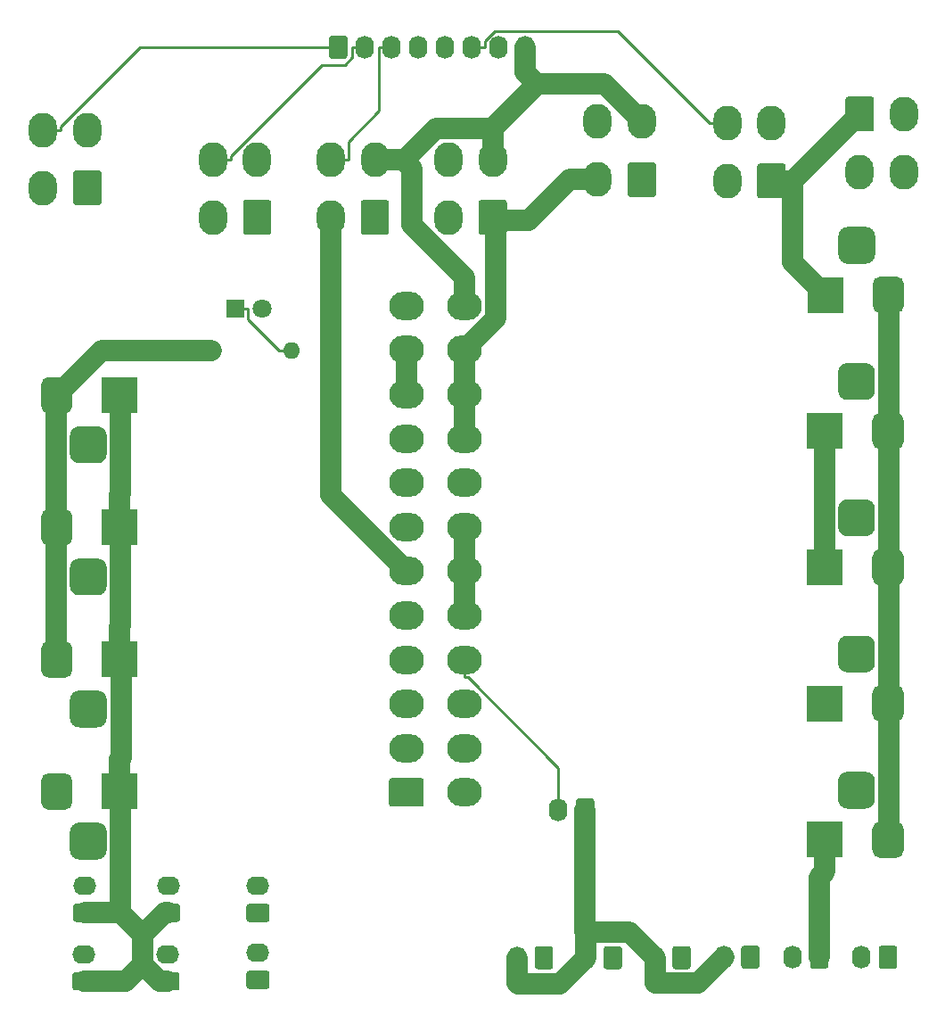
<source format=gbr>
%TF.GenerationSoftware,KiCad,Pcbnew,(5.1.9-0-10_14)*%
%TF.CreationDate,2022-06-30T07:21:25+10:00*%
%TF.ProjectId,Power Distro PCB V2,506f7765-7220-4446-9973-74726f205043,rev?*%
%TF.SameCoordinates,Original*%
%TF.FileFunction,Copper,L2,Bot*%
%TF.FilePolarity,Positive*%
%FSLAX46Y46*%
G04 Gerber Fmt 4.6, Leading zero omitted, Abs format (unit mm)*
G04 Created by KiCad (PCBNEW (5.1.9-0-10_14)) date 2022-06-30 07:21:25*
%MOMM*%
%LPD*%
G01*
G04 APERTURE LIST*
%TA.AperFunction,ComponentPad*%
%ADD10O,1.740000X2.190000*%
%TD*%
%TA.AperFunction,ComponentPad*%
%ADD11O,2.190000X1.740000*%
%TD*%
%TA.AperFunction,ComponentPad*%
%ADD12O,2.700000X3.300000*%
%TD*%
%TA.AperFunction,ComponentPad*%
%ADD13O,1.740000X2.200000*%
%TD*%
%TA.AperFunction,ComponentPad*%
%ADD14O,1.600000X1.600000*%
%TD*%
%TA.AperFunction,ComponentPad*%
%ADD15C,1.600000*%
%TD*%
%TA.AperFunction,ComponentPad*%
%ADD16C,1.800000*%
%TD*%
%TA.AperFunction,ComponentPad*%
%ADD17R,1.800000X1.800000*%
%TD*%
%TA.AperFunction,ComponentPad*%
%ADD18R,3.500000X3.500000*%
%TD*%
%TA.AperFunction,ComponentPad*%
%ADD19O,3.300000X2.700000*%
%TD*%
%TA.AperFunction,Conductor*%
%ADD20C,2.000000*%
%TD*%
%TA.AperFunction,Conductor*%
%ADD21C,0.250000*%
%TD*%
G04 APERTURE END LIST*
D10*
%TO.P,J9,2*%
%TO.N,/LEDGND*%
X51760000Y-90017600D03*
%TO.P,J9,1*%
%TO.N,/LED5V1*%
%TA.AperFunction,ComponentPad*%
G36*
G01*
X55170000Y-89172599D02*
X55170000Y-90862601D01*
G75*
G02*
X54920001Y-91112600I-249999J0D01*
G01*
X53679999Y-91112600D01*
G75*
G02*
X53430000Y-90862601I0J249999D01*
G01*
X53430000Y-89172599D01*
G75*
G02*
X53679999Y-88922600I249999J0D01*
G01*
X54920001Y-88922600D01*
G75*
G02*
X55170000Y-89172599I0J-249999D01*
G01*
G37*
%TD.AperFunction*%
%TD*%
%TO.P,J8,2*%
%TO.N,/LEDGND*%
X58293900Y-90017600D03*
%TO.P,J8,1*%
%TO.N,/LED5V1*%
%TA.AperFunction,ComponentPad*%
G36*
G01*
X61703900Y-89172599D02*
X61703900Y-90862601D01*
G75*
G02*
X61453901Y-91112600I-249999J0D01*
G01*
X60213899Y-91112600D01*
G75*
G02*
X59963900Y-90862601I0J249999D01*
G01*
X59963900Y-89172599D01*
G75*
G02*
X60213899Y-88922600I249999J0D01*
G01*
X61453901Y-88922600D01*
G75*
G02*
X61703900Y-89172599I0J-249999D01*
G01*
G37*
%TD.AperFunction*%
%TD*%
D11*
%TO.P,J11,2*%
%TO.N,/LEDGND*%
X27140000Y-89570000D03*
%TO.P,J11,1*%
%TO.N,/12VSOCKETS+*%
%TA.AperFunction,ComponentPad*%
G36*
G01*
X27985001Y-92980000D02*
X26294999Y-92980000D01*
G75*
G02*
X26045000Y-92730001I0J249999D01*
G01*
X26045000Y-91489999D01*
G75*
G02*
X26294999Y-91240000I249999J0D01*
G01*
X27985001Y-91240000D01*
G75*
G02*
X28235000Y-91489999I0J-249999D01*
G01*
X28235000Y-92730001D01*
G75*
G02*
X27985001Y-92980000I-249999J0D01*
G01*
G37*
%TD.AperFunction*%
%TD*%
%TO.P,J10,2*%
%TO.N,/LEDGND*%
X27140000Y-83220000D03*
%TO.P,J10,1*%
%TO.N,/12VSOCKETS+*%
%TA.AperFunction,ComponentPad*%
G36*
G01*
X27985001Y-86630000D02*
X26294999Y-86630000D01*
G75*
G02*
X26045000Y-86380001I0J249999D01*
G01*
X26045000Y-85139999D01*
G75*
G02*
X26294999Y-84890000I249999J0D01*
G01*
X27985001Y-84890000D01*
G75*
G02*
X28235000Y-85139999I0J-249999D01*
G01*
X28235000Y-86380001D01*
G75*
G02*
X27985001Y-86630000I-249999J0D01*
G01*
G37*
%TD.AperFunction*%
%TD*%
D12*
%TO.P,J35,4*%
%TO.N,/LEDDATA7*%
X88490000Y-15441000D03*
%TO.P,J35,3*%
%TO.N,/LEDGND*%
X84290000Y-15441000D03*
%TO.P,J35,2*%
%TO.N,/LED5V1*%
X88490000Y-9941000D03*
%TO.P,J35,1*%
%TA.AperFunction,ComponentPad*%
G36*
G01*
X82940000Y-11340999D02*
X82940000Y-8541001D01*
G75*
G02*
X83190001Y-8291000I250001J0D01*
G01*
X85389999Y-8291000D01*
G75*
G02*
X85640000Y-8541001I0J-250001D01*
G01*
X85640000Y-11340999D01*
G75*
G02*
X85389999Y-11591000I-250001J0D01*
G01*
X83190001Y-11591000D01*
G75*
G02*
X82940000Y-11340999I0J250001D01*
G01*
G37*
%TD.AperFunction*%
%TD*%
D13*
%TO.P,J7,8*%
%TO.N,/LEDGND*%
X52540000Y-3591000D03*
%TO.P,J7,7*%
%TO.N,/LEDDATA7*%
X50000000Y-3591000D03*
%TO.P,J7,6*%
%TO.N,/LEDDATA6*%
X47460000Y-3591000D03*
%TO.P,J7,5*%
%TO.N,/LEDDATA5*%
X44920000Y-3591000D03*
%TO.P,J7,4*%
%TO.N,/LEDDATA4*%
X42380000Y-3591000D03*
%TO.P,J7,3*%
%TO.N,/LEDDATA3*%
X39840000Y-3591000D03*
%TO.P,J7,2*%
%TO.N,/LEDDATA2*%
X37300000Y-3591000D03*
%TO.P,J7,1*%
%TO.N,/LEDDATA1*%
%TA.AperFunction,ComponentPad*%
G36*
G01*
X33890000Y-4441001D02*
X33890000Y-2740999D01*
G75*
G02*
X34139999Y-2491000I249999J0D01*
G01*
X35380001Y-2491000D01*
G75*
G02*
X35630000Y-2740999I0J-249999D01*
G01*
X35630000Y-4441001D01*
G75*
G02*
X35380001Y-4691000I-249999J0D01*
G01*
X34139999Y-4691000D01*
G75*
G02*
X33890000Y-4441001I0J249999D01*
G01*
G37*
%TD.AperFunction*%
%TD*%
D12*
%TO.P,J2,4*%
%TO.N,/LEDDATA2*%
X22860000Y-14234000D03*
%TO.P,J2,3*%
%TO.N,/LEDGND*%
X27060000Y-14234000D03*
%TO.P,J2,2*%
%TO.N,/LED5V1*%
X22860000Y-19734000D03*
%TO.P,J2,1*%
%TA.AperFunction,ComponentPad*%
G36*
G01*
X28410000Y-18334001D02*
X28410000Y-21133999D01*
G75*
G02*
X28159999Y-21384000I-250001J0D01*
G01*
X25960001Y-21384000D01*
G75*
G02*
X25710000Y-21133999I0J250001D01*
G01*
X25710000Y-18334001D01*
G75*
G02*
X25960001Y-18084000I250001J0D01*
G01*
X28159999Y-18084000D01*
G75*
G02*
X28410000Y-18334001I0J-250001D01*
G01*
G37*
%TD.AperFunction*%
%TD*%
%TO.P,J1,1*%
%TO.N,/LED5V1*%
%TA.AperFunction,ComponentPad*%
G36*
G01*
X12277000Y-15540001D02*
X12277000Y-18339999D01*
G75*
G02*
X12026999Y-18590000I-250001J0D01*
G01*
X9827001Y-18590000D01*
G75*
G02*
X9577000Y-18339999I0J250001D01*
G01*
X9577000Y-15540001D01*
G75*
G02*
X9827001Y-15290000I250001J0D01*
G01*
X12026999Y-15290000D01*
G75*
G02*
X12277000Y-15540001I0J-250001D01*
G01*
G37*
%TD.AperFunction*%
%TO.P,J1,2*%
X6727000Y-16940000D03*
%TO.P,J1,3*%
%TO.N,/LEDGND*%
X10927000Y-11440000D03*
%TO.P,J1,4*%
%TO.N,/LEDDATA1*%
X6727000Y-11440000D03*
%TD*%
%TO.P,J6,1*%
%TO.N,/LED5V1*%
%TA.AperFunction,ComponentPad*%
G36*
G01*
X77258000Y-14891001D02*
X77258000Y-17690999D01*
G75*
G02*
X77007999Y-17941000I-250001J0D01*
G01*
X74808001Y-17941000D01*
G75*
G02*
X74558000Y-17690999I0J250001D01*
G01*
X74558000Y-14891001D01*
G75*
G02*
X74808001Y-14641000I250001J0D01*
G01*
X77007999Y-14641000D01*
G75*
G02*
X77258000Y-14891001I0J-250001D01*
G01*
G37*
%TD.AperFunction*%
%TO.P,J6,2*%
X71708000Y-16291000D03*
%TO.P,J6,3*%
%TO.N,/LEDGND*%
X75908000Y-10791000D03*
%TO.P,J6,4*%
%TO.N,/LEDDATA6*%
X71708000Y-10791000D03*
%TD*%
%TO.P,J5,1*%
%TO.N,/LED5V1*%
%TA.AperFunction,ComponentPad*%
G36*
G01*
X64939000Y-14764001D02*
X64939000Y-17563999D01*
G75*
G02*
X64688999Y-17814000I-250001J0D01*
G01*
X62489001Y-17814000D01*
G75*
G02*
X62239000Y-17563999I0J250001D01*
G01*
X62239000Y-14764001D01*
G75*
G02*
X62489001Y-14514000I250001J0D01*
G01*
X64688999Y-14514000D01*
G75*
G02*
X64939000Y-14764001I0J-250001D01*
G01*
G37*
%TD.AperFunction*%
%TO.P,J5,2*%
X59389000Y-16164000D03*
%TO.P,J5,3*%
%TO.N,/LEDGND*%
X63589000Y-10664000D03*
%TO.P,J5,4*%
%TO.N,/LEDDATA5*%
X59389000Y-10664000D03*
%TD*%
%TO.P,J4,1*%
%TO.N,/LED5V1*%
%TA.AperFunction,ComponentPad*%
G36*
G01*
X50770000Y-18334001D02*
X50770000Y-21133999D01*
G75*
G02*
X50519999Y-21384000I-250001J0D01*
G01*
X48320001Y-21384000D01*
G75*
G02*
X48070000Y-21133999I0J250001D01*
G01*
X48070000Y-18334001D01*
G75*
G02*
X48320001Y-18084000I250001J0D01*
G01*
X50519999Y-18084000D01*
G75*
G02*
X50770000Y-18334001I0J-250001D01*
G01*
G37*
%TD.AperFunction*%
%TO.P,J4,2*%
X45220000Y-19734000D03*
%TO.P,J4,3*%
%TO.N,/LEDGND*%
X49420000Y-14234000D03*
%TO.P,J4,4*%
%TO.N,/LEDDATA4*%
X45220000Y-14234000D03*
%TD*%
%TO.P,J3,1*%
%TO.N,/LED5V1*%
%TA.AperFunction,ComponentPad*%
G36*
G01*
X39590000Y-18334001D02*
X39590000Y-21133999D01*
G75*
G02*
X39339999Y-21384000I-250001J0D01*
G01*
X37140001Y-21384000D01*
G75*
G02*
X36890000Y-21133999I0J250001D01*
G01*
X36890000Y-18334001D01*
G75*
G02*
X37140001Y-18084000I250001J0D01*
G01*
X39339999Y-18084000D01*
G75*
G02*
X39590000Y-18334001I0J-250001D01*
G01*
G37*
%TD.AperFunction*%
%TO.P,J3,2*%
X34040000Y-19734000D03*
%TO.P,J3,3*%
%TO.N,/LEDGND*%
X38240000Y-14234000D03*
%TO.P,J3,4*%
%TO.N,/LEDDATA3*%
X34040000Y-14234000D03*
%TD*%
D14*
%TO.P,R1,2*%
%TO.N,Net-(D1-Pad1)*%
X30301000Y-32394000D03*
D15*
%TO.P,R1,1*%
%TO.N,/LEDGND*%
X22681000Y-32394000D03*
%TD*%
D16*
%TO.P,D1,2*%
%TO.N,/PWRGOOD*%
X27501000Y-28394000D03*
D17*
%TO.P,D1,1*%
%TO.N,Net-(D1-Pad1)*%
X24961000Y-28394000D03*
%TD*%
%TO.P,J23,3*%
%TO.N,N/C*%
%TA.AperFunction,ComponentPad*%
G36*
G01*
X9273600Y-54746600D02*
X9273600Y-52996600D01*
G75*
G02*
X10148600Y-52121600I875000J0D01*
G01*
X11898600Y-52121600D01*
G75*
G02*
X12773600Y-52996600I0J-875000D01*
G01*
X12773600Y-54746600D01*
G75*
G02*
X11898600Y-55621600I-875000J0D01*
G01*
X10148600Y-55621600D01*
G75*
G02*
X9273600Y-54746600I0J875000D01*
G01*
G37*
%TD.AperFunction*%
%TO.P,J23,2*%
%TO.N,/LEDGND*%
%TA.AperFunction,ComponentPad*%
G36*
G01*
X6523600Y-50171600D02*
X6523600Y-48171600D01*
G75*
G02*
X7273600Y-47421600I750000J0D01*
G01*
X8773600Y-47421600D01*
G75*
G02*
X9523600Y-48171600I0J-750000D01*
G01*
X9523600Y-50171600D01*
G75*
G02*
X8773600Y-50921600I-750000J0D01*
G01*
X7273600Y-50921600D01*
G75*
G02*
X6523600Y-50171600I0J750000D01*
G01*
G37*
%TD.AperFunction*%
D18*
%TO.P,J23,1*%
%TO.N,/12VSOCKETS+*%
X14023600Y-49171600D03*
%TD*%
%TO.P,J25,3*%
%TO.N,N/C*%
%TA.AperFunction,ComponentPad*%
G36*
G01*
X9273600Y-79818200D02*
X9273600Y-78068200D01*
G75*
G02*
X10148600Y-77193200I875000J0D01*
G01*
X11898600Y-77193200D01*
G75*
G02*
X12773600Y-78068200I0J-875000D01*
G01*
X12773600Y-79818200D01*
G75*
G02*
X11898600Y-80693200I-875000J0D01*
G01*
X10148600Y-80693200D01*
G75*
G02*
X9273600Y-79818200I0J875000D01*
G01*
G37*
%TD.AperFunction*%
%TO.P,J25,2*%
%TO.N,/LEDGND*%
%TA.AperFunction,ComponentPad*%
G36*
G01*
X6523600Y-75243200D02*
X6523600Y-73243200D01*
G75*
G02*
X7273600Y-72493200I750000J0D01*
G01*
X8773600Y-72493200D01*
G75*
G02*
X9523600Y-73243200I0J-750000D01*
G01*
X9523600Y-75243200D01*
G75*
G02*
X8773600Y-75993200I-750000J0D01*
G01*
X7273600Y-75993200D01*
G75*
G02*
X6523600Y-75243200I0J750000D01*
G01*
G37*
%TD.AperFunction*%
%TO.P,J25,1*%
%TO.N,/12VSOCKETS+*%
X14023600Y-74243200D03*
%TD*%
%TO.P,J24,3*%
%TO.N,N/C*%
%TA.AperFunction,ComponentPad*%
G36*
G01*
X9273600Y-67282400D02*
X9273600Y-65532400D01*
G75*
G02*
X10148600Y-64657400I875000J0D01*
G01*
X11898600Y-64657400D01*
G75*
G02*
X12773600Y-65532400I0J-875000D01*
G01*
X12773600Y-67282400D01*
G75*
G02*
X11898600Y-68157400I-875000J0D01*
G01*
X10148600Y-68157400D01*
G75*
G02*
X9273600Y-67282400I0J875000D01*
G01*
G37*
%TD.AperFunction*%
%TO.P,J24,2*%
%TO.N,/LEDGND*%
%TA.AperFunction,ComponentPad*%
G36*
G01*
X6523600Y-62707400D02*
X6523600Y-60707400D01*
G75*
G02*
X7273600Y-59957400I750000J0D01*
G01*
X8773600Y-59957400D01*
G75*
G02*
X9523600Y-60707400I0J-750000D01*
G01*
X9523600Y-62707400D01*
G75*
G02*
X8773600Y-63457400I-750000J0D01*
G01*
X7273600Y-63457400D01*
G75*
G02*
X6523600Y-62707400I0J750000D01*
G01*
G37*
%TD.AperFunction*%
%TO.P,J24,1*%
%TO.N,/12VSOCKETS+*%
X14023600Y-61707400D03*
%TD*%
%TO.P,J22,3*%
%TO.N,N/C*%
%TA.AperFunction,ComponentPad*%
G36*
G01*
X9273600Y-42210800D02*
X9273600Y-40460800D01*
G75*
G02*
X10148600Y-39585800I875000J0D01*
G01*
X11898600Y-39585800D01*
G75*
G02*
X12773600Y-40460800I0J-875000D01*
G01*
X12773600Y-42210800D01*
G75*
G02*
X11898600Y-43085800I-875000J0D01*
G01*
X10148600Y-43085800D01*
G75*
G02*
X9273600Y-42210800I0J875000D01*
G01*
G37*
%TD.AperFunction*%
%TO.P,J22,2*%
%TO.N,/LEDGND*%
%TA.AperFunction,ComponentPad*%
G36*
G01*
X6523600Y-37635800D02*
X6523600Y-35635800D01*
G75*
G02*
X7273600Y-34885800I750000J0D01*
G01*
X8773600Y-34885800D01*
G75*
G02*
X9523600Y-35635800I0J-750000D01*
G01*
X9523600Y-37635800D01*
G75*
G02*
X8773600Y-38385800I-750000J0D01*
G01*
X7273600Y-38385800D01*
G75*
G02*
X6523600Y-37635800I0J750000D01*
G01*
G37*
%TD.AperFunction*%
%TO.P,J22,1*%
%TO.N,/12VSOCKETS+*%
X14023600Y-36635800D03*
%TD*%
%TO.P,J20,3*%
%TO.N,N/C*%
%TA.AperFunction,ComponentPad*%
G36*
G01*
X85725200Y-73240200D02*
X85725200Y-74990200D01*
G75*
G02*
X84850200Y-75865200I-875000J0D01*
G01*
X83100200Y-75865200D01*
G75*
G02*
X82225200Y-74990200I0J875000D01*
G01*
X82225200Y-73240200D01*
G75*
G02*
X83100200Y-72365200I875000J0D01*
G01*
X84850200Y-72365200D01*
G75*
G02*
X85725200Y-73240200I0J-875000D01*
G01*
G37*
%TD.AperFunction*%
%TO.P,J20,2*%
%TO.N,/LEDGND*%
%TA.AperFunction,ComponentPad*%
G36*
G01*
X88475200Y-77815200D02*
X88475200Y-79815200D01*
G75*
G02*
X87725200Y-80565200I-750000J0D01*
G01*
X86225200Y-80565200D01*
G75*
G02*
X85475200Y-79815200I0J750000D01*
G01*
X85475200Y-77815200D01*
G75*
G02*
X86225200Y-77065200I750000J0D01*
G01*
X87725200Y-77065200D01*
G75*
G02*
X88475200Y-77815200I0J-750000D01*
G01*
G37*
%TD.AperFunction*%
%TO.P,J20,1*%
%TO.N,/LED5V1*%
X80975200Y-78815200D03*
%TD*%
%TO.P,J19,3*%
%TO.N,N/C*%
%TA.AperFunction,ComponentPad*%
G36*
G01*
X85725200Y-60311400D02*
X85725200Y-62061400D01*
G75*
G02*
X84850200Y-62936400I-875000J0D01*
G01*
X83100200Y-62936400D01*
G75*
G02*
X82225200Y-62061400I0J875000D01*
G01*
X82225200Y-60311400D01*
G75*
G02*
X83100200Y-59436400I875000J0D01*
G01*
X84850200Y-59436400D01*
G75*
G02*
X85725200Y-60311400I0J-875000D01*
G01*
G37*
%TD.AperFunction*%
%TO.P,J19,2*%
%TO.N,/LEDGND*%
%TA.AperFunction,ComponentPad*%
G36*
G01*
X88475200Y-64886400D02*
X88475200Y-66886400D01*
G75*
G02*
X87725200Y-67636400I-750000J0D01*
G01*
X86225200Y-67636400D01*
G75*
G02*
X85475200Y-66886400I0J750000D01*
G01*
X85475200Y-64886400D01*
G75*
G02*
X86225200Y-64136400I750000J0D01*
G01*
X87725200Y-64136400D01*
G75*
G02*
X88475200Y-64886400I0J-750000D01*
G01*
G37*
%TD.AperFunction*%
%TO.P,J19,1*%
%TO.N,/LED5V1*%
X80975200Y-65886400D03*
%TD*%
%TO.P,J18,3*%
%TO.N,N/C*%
%TA.AperFunction,ComponentPad*%
G36*
G01*
X85725200Y-47382600D02*
X85725200Y-49132600D01*
G75*
G02*
X84850200Y-50007600I-875000J0D01*
G01*
X83100200Y-50007600D01*
G75*
G02*
X82225200Y-49132600I0J875000D01*
G01*
X82225200Y-47382600D01*
G75*
G02*
X83100200Y-46507600I875000J0D01*
G01*
X84850200Y-46507600D01*
G75*
G02*
X85725200Y-47382600I0J-875000D01*
G01*
G37*
%TD.AperFunction*%
%TO.P,J18,2*%
%TO.N,/LEDGND*%
%TA.AperFunction,ComponentPad*%
G36*
G01*
X88475200Y-51957600D02*
X88475200Y-53957600D01*
G75*
G02*
X87725200Y-54707600I-750000J0D01*
G01*
X86225200Y-54707600D01*
G75*
G02*
X85475200Y-53957600I0J750000D01*
G01*
X85475200Y-51957600D01*
G75*
G02*
X86225200Y-51207600I750000J0D01*
G01*
X87725200Y-51207600D01*
G75*
G02*
X88475200Y-51957600I0J-750000D01*
G01*
G37*
%TD.AperFunction*%
%TO.P,J18,1*%
%TO.N,/LED5V1*%
X80975200Y-52957600D03*
%TD*%
%TO.P,J17,3*%
%TO.N,N/C*%
%TA.AperFunction,ComponentPad*%
G36*
G01*
X85725200Y-34453800D02*
X85725200Y-36203800D01*
G75*
G02*
X84850200Y-37078800I-875000J0D01*
G01*
X83100200Y-37078800D01*
G75*
G02*
X82225200Y-36203800I0J875000D01*
G01*
X82225200Y-34453800D01*
G75*
G02*
X83100200Y-33578800I875000J0D01*
G01*
X84850200Y-33578800D01*
G75*
G02*
X85725200Y-34453800I0J-875000D01*
G01*
G37*
%TD.AperFunction*%
%TO.P,J17,2*%
%TO.N,/LEDGND*%
%TA.AperFunction,ComponentPad*%
G36*
G01*
X88475200Y-39028800D02*
X88475200Y-41028800D01*
G75*
G02*
X87725200Y-41778800I-750000J0D01*
G01*
X86225200Y-41778800D01*
G75*
G02*
X85475200Y-41028800I0J750000D01*
G01*
X85475200Y-39028800D01*
G75*
G02*
X86225200Y-38278800I750000J0D01*
G01*
X87725200Y-38278800D01*
G75*
G02*
X88475200Y-39028800I0J-750000D01*
G01*
G37*
%TD.AperFunction*%
%TO.P,J17,1*%
%TO.N,/LED5V1*%
X80975200Y-40028800D03*
%TD*%
%TO.P,J16,3*%
%TO.N,N/C*%
%TA.AperFunction,ComponentPad*%
G36*
G01*
X85750000Y-21525000D02*
X85750000Y-23275000D01*
G75*
G02*
X84875000Y-24150000I-875000J0D01*
G01*
X83125000Y-24150000D01*
G75*
G02*
X82250000Y-23275000I0J875000D01*
G01*
X82250000Y-21525000D01*
G75*
G02*
X83125000Y-20650000I875000J0D01*
G01*
X84875000Y-20650000D01*
G75*
G02*
X85750000Y-21525000I0J-875000D01*
G01*
G37*
%TD.AperFunction*%
%TO.P,J16,2*%
%TO.N,/LEDGND*%
%TA.AperFunction,ComponentPad*%
G36*
G01*
X88500000Y-26100000D02*
X88500000Y-28100000D01*
G75*
G02*
X87750000Y-28850000I-750000J0D01*
G01*
X86250000Y-28850000D01*
G75*
G02*
X85500000Y-28100000I0J750000D01*
G01*
X85500000Y-26100000D01*
G75*
G02*
X86250000Y-25350000I750000J0D01*
G01*
X87750000Y-25350000D01*
G75*
G02*
X88500000Y-26100000I0J-750000D01*
G01*
G37*
%TD.AperFunction*%
%TO.P,J16,1*%
%TO.N,/LED5V1*%
X81000000Y-27100000D03*
%TD*%
D10*
%TO.P,J32,2*%
%TO.N,/PSUSW*%
X55676800Y-75996800D03*
%TO.P,J32,1*%
%TO.N,/LEDGND*%
%TA.AperFunction,ComponentPad*%
G36*
G01*
X59086800Y-75151799D02*
X59086800Y-76841801D01*
G75*
G02*
X58836801Y-77091800I-249999J0D01*
G01*
X57596799Y-77091800D01*
G75*
G02*
X57346800Y-76841801I0J249999D01*
G01*
X57346800Y-75151799D01*
G75*
G02*
X57596799Y-74901800I249999J0D01*
G01*
X58836801Y-74901800D01*
G75*
G02*
X59086800Y-75151799I0J-249999D01*
G01*
G37*
%TD.AperFunction*%
%TD*%
D11*
%TO.P,J31,2*%
%TO.N,/LEDGND*%
X10617200Y-89712800D03*
%TO.P,J31,1*%
%TO.N,/12VSOCKETS+*%
%TA.AperFunction,ComponentPad*%
G36*
G01*
X11462201Y-93122800D02*
X9772199Y-93122800D01*
G75*
G02*
X9522200Y-92872801I0J249999D01*
G01*
X9522200Y-91632799D01*
G75*
G02*
X9772199Y-91382800I249999J0D01*
G01*
X11462201Y-91382800D01*
G75*
G02*
X11712200Y-91632799I0J-249999D01*
G01*
X11712200Y-92872801D01*
G75*
G02*
X11462201Y-93122800I-249999J0D01*
G01*
G37*
%TD.AperFunction*%
%TD*%
%TO.P,J30,2*%
%TO.N,/LEDGND*%
X10668000Y-83210400D03*
%TO.P,J30,1*%
%TO.N,/12VSOCKETS+*%
%TA.AperFunction,ComponentPad*%
G36*
G01*
X11513001Y-86620400D02*
X9822999Y-86620400D01*
G75*
G02*
X9573000Y-86370401I0J249999D01*
G01*
X9573000Y-85130399D01*
G75*
G02*
X9822999Y-84880400I249999J0D01*
G01*
X11513001Y-84880400D01*
G75*
G02*
X11763000Y-85130399I0J-249999D01*
G01*
X11763000Y-86370401D01*
G75*
G02*
X11513001Y-86620400I-249999J0D01*
G01*
G37*
%TD.AperFunction*%
%TD*%
%TO.P,J29,2*%
%TO.N,/LEDGND*%
X18592800Y-89712800D03*
%TO.P,J29,1*%
%TO.N,/12VSOCKETS+*%
%TA.AperFunction,ComponentPad*%
G36*
G01*
X19437801Y-93122800D02*
X17747799Y-93122800D01*
G75*
G02*
X17497800Y-92872801I0J249999D01*
G01*
X17497800Y-91632799D01*
G75*
G02*
X17747799Y-91382800I249999J0D01*
G01*
X19437801Y-91382800D01*
G75*
G02*
X19687800Y-91632799I0J-249999D01*
G01*
X19687800Y-92872801D01*
G75*
G02*
X19437801Y-93122800I-249999J0D01*
G01*
G37*
%TD.AperFunction*%
%TD*%
%TO.P,J28,2*%
%TO.N,/LEDGND*%
X18643600Y-83210400D03*
%TO.P,J28,1*%
%TO.N,/12VSOCKETS+*%
%TA.AperFunction,ComponentPad*%
G36*
G01*
X19488601Y-86620400D02*
X17798599Y-86620400D01*
G75*
G02*
X17548600Y-86370401I0J249999D01*
G01*
X17548600Y-85130399D01*
G75*
G02*
X17798599Y-84880400I249999J0D01*
G01*
X19488601Y-84880400D01*
G75*
G02*
X19738600Y-85130399I0J-249999D01*
G01*
X19738600Y-86370401D01*
G75*
G02*
X19488601Y-86620400I-249999J0D01*
G01*
G37*
%TD.AperFunction*%
%TD*%
D10*
%TO.P,J15,2*%
%TO.N,/LEDGND*%
X84429600Y-89966800D03*
%TO.P,J15,1*%
%TO.N,/LED5V1*%
%TA.AperFunction,ComponentPad*%
G36*
G01*
X87839600Y-89121799D02*
X87839600Y-90811801D01*
G75*
G02*
X87589601Y-91061800I-249999J0D01*
G01*
X86349599Y-91061800D01*
G75*
G02*
X86099600Y-90811801I0J249999D01*
G01*
X86099600Y-89121799D01*
G75*
G02*
X86349599Y-88871800I249999J0D01*
G01*
X87589601Y-88871800D01*
G75*
G02*
X87839600Y-89121799I0J-249999D01*
G01*
G37*
%TD.AperFunction*%
%TD*%
%TO.P,J14,2*%
%TO.N,/LEDGND*%
X77895700Y-89966800D03*
%TO.P,J14,1*%
%TO.N,/LED5V1*%
%TA.AperFunction,ComponentPad*%
G36*
G01*
X81305700Y-89121799D02*
X81305700Y-90811801D01*
G75*
G02*
X81055701Y-91061800I-249999J0D01*
G01*
X79815699Y-91061800D01*
G75*
G02*
X79565700Y-90811801I0J249999D01*
G01*
X79565700Y-89121799D01*
G75*
G02*
X79815699Y-88871800I249999J0D01*
G01*
X81055701Y-88871800D01*
G75*
G02*
X81305700Y-89121799I0J-249999D01*
G01*
G37*
%TD.AperFunction*%
%TD*%
%TO.P,J13,2*%
%TO.N,/LEDGND*%
X71361800Y-89966800D03*
%TO.P,J13,1*%
%TO.N,/LED5V1*%
%TA.AperFunction,ComponentPad*%
G36*
G01*
X74771800Y-89121799D02*
X74771800Y-90811801D01*
G75*
G02*
X74521801Y-91061800I-249999J0D01*
G01*
X73281799Y-91061800D01*
G75*
G02*
X73031800Y-90811801I0J249999D01*
G01*
X73031800Y-89121799D01*
G75*
G02*
X73281799Y-88871800I249999J0D01*
G01*
X74521801Y-88871800D01*
G75*
G02*
X74771800Y-89121799I0J-249999D01*
G01*
G37*
%TD.AperFunction*%
%TD*%
%TO.P,J12,2*%
%TO.N,/LEDGND*%
X64827800Y-90017600D03*
%TO.P,J12,1*%
%TO.N,/LED5V1*%
%TA.AperFunction,ComponentPad*%
G36*
G01*
X68237800Y-89172599D02*
X68237800Y-90862601D01*
G75*
G02*
X67987801Y-91112600I-249999J0D01*
G01*
X66747799Y-91112600D01*
G75*
G02*
X66497800Y-90862601I0J249999D01*
G01*
X66497800Y-89172599D01*
G75*
G02*
X66747799Y-88922600I249999J0D01*
G01*
X67987801Y-88922600D01*
G75*
G02*
X68237800Y-89172599I0J-249999D01*
G01*
G37*
%TD.AperFunction*%
%TD*%
D19*
%TO.P,J27,24*%
%TO.N,/LEDGND*%
X46737000Y-28130000D03*
%TO.P,J27,23*%
%TO.N,/LED5V1*%
X46737000Y-32330000D03*
%TO.P,J27,22*%
X46737000Y-36530000D03*
%TO.P,J27,21*%
X46737000Y-40730000D03*
%TO.P,J27,20*%
%TO.N,Net-(J27-Pad20)*%
X46737000Y-44930000D03*
%TO.P,J27,19*%
%TO.N,/LEDGND*%
X46737000Y-49130000D03*
%TO.P,J27,18*%
X46737000Y-53330000D03*
%TO.P,J27,17*%
X46737000Y-57530000D03*
%TO.P,J27,16*%
%TO.N,/PSUSW*%
X46737000Y-61730000D03*
%TO.P,J27,15*%
%TO.N,/LEDGND*%
X46737000Y-65930000D03*
%TO.P,J27,14*%
%TO.N,Net-(J27-Pad14)*%
X46737000Y-70130000D03*
%TO.P,J27,13*%
%TO.N,Net-(J27-Pad13)*%
X46737000Y-74330000D03*
%TO.P,J27,12*%
%TO.N,Net-(J27-Pad12)*%
X41237000Y-28130000D03*
%TO.P,J27,11*%
%TO.N,/12VSOCKETS+*%
X41237000Y-32330000D03*
%TO.P,J27,10*%
X41237000Y-36530000D03*
%TO.P,J27,9*%
%TO.N,Net-(J27-Pad9)*%
X41237000Y-40730000D03*
%TO.P,J27,8*%
%TO.N,/PWRGOOD*%
X41237000Y-44930000D03*
%TO.P,J27,7*%
%TO.N,/LEDGND*%
X41237000Y-49130000D03*
%TO.P,J27,6*%
%TO.N,/LED5V1*%
X41237000Y-53330000D03*
%TO.P,J27,5*%
%TO.N,/LEDGND*%
X41237000Y-57530000D03*
%TO.P,J27,4*%
%TO.N,/LED5V1*%
X41237000Y-61730000D03*
%TO.P,J27,3*%
%TO.N,/LEDGND*%
X41237000Y-65930000D03*
%TO.P,J27,2*%
%TO.N,Net-(J27-Pad2)*%
X41237000Y-70130000D03*
%TO.P,J27,1*%
%TO.N,Net-(J27-Pad1)*%
%TA.AperFunction,ComponentPad*%
G36*
G01*
X42636999Y-75680000D02*
X39837001Y-75680000D01*
G75*
G02*
X39587000Y-75429999I0J250001D01*
G01*
X39587000Y-73230001D01*
G75*
G02*
X39837001Y-72980000I250001J0D01*
G01*
X42636999Y-72980000D01*
G75*
G02*
X42887000Y-73230001I0J-250001D01*
G01*
X42887000Y-75429999D01*
G75*
G02*
X42636999Y-75680000I-250001J0D01*
G01*
G37*
%TD.AperFunction*%
%TD*%
D20*
%TO.N,/LED5V1*%
X41237000Y-53330000D02*
X34040000Y-46133000D01*
X34040000Y-46133000D02*
X34040000Y-19734000D01*
X77940000Y-16291000D02*
X77940000Y-24040000D01*
X77940000Y-24040000D02*
X81000000Y-27100000D01*
X84290000Y-9941000D02*
X77940000Y-16291000D01*
X77940000Y-16291000D02*
X75908000Y-16291000D01*
X49714000Y-20028000D02*
X49420000Y-19734000D01*
X46737000Y-32330000D02*
X49714000Y-29353000D01*
X49714000Y-29353000D02*
X49714000Y-20028000D01*
X49714000Y-20028000D02*
X52874700Y-20028000D01*
X52874700Y-20028000D02*
X56738700Y-16164000D01*
X59389000Y-16164000D02*
X56738700Y-16164000D01*
X80975200Y-78815200D02*
X80975200Y-81865500D01*
X80975200Y-81865500D02*
X80435700Y-82405000D01*
X80435700Y-82405000D02*
X80435700Y-89966800D01*
X80975200Y-40028800D02*
X80975200Y-43079100D01*
X80975200Y-52957600D02*
X80921500Y-52903900D01*
X80921500Y-52903900D02*
X80921500Y-43132800D01*
X80921500Y-43132800D02*
X80975200Y-43079100D01*
X46737000Y-36530000D02*
X46737000Y-32330000D01*
X46737000Y-40730000D02*
X46737000Y-36530000D01*
%TO.N,/12VSOCKETS+*%
X16182400Y-87841700D02*
X16182400Y-90634000D01*
X14091100Y-85750400D02*
X16182400Y-87841700D01*
X18643600Y-85750400D02*
X18273700Y-85750400D01*
X18273700Y-85750400D02*
X16182400Y-87841700D01*
X14091100Y-85750400D02*
X10668000Y-85750400D01*
X14023600Y-72718000D02*
X14091100Y-72785500D01*
X14091100Y-72785500D02*
X14091100Y-85750400D01*
X16182400Y-90634000D02*
X17801200Y-92252800D01*
X17801200Y-92252800D02*
X18592800Y-92252800D01*
X10617200Y-92252800D02*
X14563600Y-92252800D01*
X14563600Y-92252800D02*
X16182400Y-90634000D01*
X14023600Y-72718000D02*
X14023600Y-71192900D01*
X14023600Y-74243200D02*
X14023600Y-72718000D01*
X14023600Y-61707400D02*
X14023600Y-58657100D01*
X14023600Y-47646400D02*
X14098300Y-47721100D01*
X14098300Y-47721100D02*
X14098300Y-58582400D01*
X14098300Y-58582400D02*
X14023600Y-58657100D01*
X14023600Y-47646400D02*
X14023600Y-46121300D01*
X14023600Y-49171600D02*
X14023600Y-47646400D01*
X14023600Y-61707400D02*
X14126400Y-61810200D01*
X14126400Y-61810200D02*
X14126400Y-71090100D01*
X14126400Y-71090100D02*
X14023600Y-71192900D01*
X14023600Y-36635800D02*
X14092000Y-36704200D01*
X14092000Y-36704200D02*
X14092000Y-46052900D01*
X14092000Y-46052900D02*
X14023600Y-46121300D01*
X41237000Y-36530000D02*
X41237000Y-32330000D01*
D21*
%TO.N,Net-(D1-Pad1)*%
X30301000Y-32394000D02*
X29175700Y-32394000D01*
X24961000Y-28394000D02*
X26186300Y-28394000D01*
X26186300Y-28394000D02*
X26186300Y-29404600D01*
X26186300Y-29404600D02*
X29175700Y-32394000D01*
D20*
%TO.N,/LEDGND*%
X40995500Y-14339100D02*
X41731400Y-15075100D01*
X41731400Y-15075100D02*
X41731400Y-20474100D01*
X41731400Y-20474100D02*
X46737000Y-25479700D01*
X40315700Y-14234000D02*
X40890300Y-14234000D01*
X40890300Y-14234000D02*
X40995500Y-14339100D01*
X40995500Y-14339100D02*
X44050900Y-11283700D01*
X44050900Y-11283700D02*
X49420000Y-11283700D01*
X46737000Y-28130000D02*
X46737000Y-25479700D01*
X38240000Y-14234000D02*
X40315700Y-14234000D01*
X53626200Y-7077500D02*
X49420000Y-11283700D01*
X63589000Y-10664000D02*
X60002500Y-7077500D01*
X60002500Y-7077500D02*
X53626200Y-7077500D01*
X53626200Y-7077500D02*
X52540000Y-5991300D01*
X52540000Y-3591000D02*
X52540000Y-5991300D01*
X49420000Y-14234000D02*
X49420000Y-11283700D01*
X86975200Y-78815200D02*
X87028900Y-78761500D01*
X87028900Y-78761500D02*
X87028900Y-65940100D01*
X87028900Y-65940100D02*
X86975200Y-65886400D01*
X64827800Y-90017600D02*
X64827800Y-92412900D01*
X64827800Y-92412900D02*
X64840200Y-92425300D01*
X64840200Y-92425300D02*
X68903300Y-92425300D01*
X68903300Y-92425300D02*
X71361800Y-89966800D01*
X58294900Y-87621300D02*
X62431500Y-87621300D01*
X62431500Y-87621300D02*
X64827800Y-90017600D01*
X51760000Y-90017600D02*
X51760000Y-92412900D01*
X58293900Y-90017600D02*
X55815700Y-92495800D01*
X55815700Y-92495800D02*
X51842900Y-92495800D01*
X51842900Y-92495800D02*
X51760000Y-92412900D01*
X58293900Y-89763000D02*
X58293900Y-90017600D01*
X58293900Y-89763000D02*
X58293900Y-87622300D01*
X58294900Y-87621300D02*
X58293900Y-87622300D01*
X58216800Y-75996800D02*
X58216800Y-87543200D01*
X58216800Y-87543200D02*
X58294900Y-87621300D01*
X46737000Y-57530000D02*
X46737000Y-53330000D01*
X8023600Y-49171600D02*
X7946200Y-49094200D01*
X7946200Y-49094200D02*
X7946200Y-36713200D01*
X7946200Y-36713200D02*
X8023600Y-36635800D01*
X8023600Y-61707400D02*
X7969900Y-61653700D01*
X7969900Y-61653700D02*
X7969900Y-49225300D01*
X7969900Y-49225300D02*
X8023600Y-49171600D01*
X22681000Y-32394000D02*
X12265400Y-32394000D01*
X12265400Y-32394000D02*
X8023600Y-36635800D01*
X87000000Y-27100000D02*
X87037000Y-27137000D01*
X87037000Y-27137000D02*
X87037000Y-40028800D01*
X86975200Y-52957600D02*
X87037000Y-53019400D01*
X87037000Y-53019400D02*
X87037000Y-65824600D01*
X87037000Y-65824600D02*
X86975200Y-65886400D01*
X87037000Y-40028800D02*
X87037000Y-52895800D01*
X87037000Y-52895800D02*
X86975200Y-52957600D01*
X87037000Y-40028800D02*
X86975200Y-40028800D01*
X46737000Y-53330000D02*
X46737000Y-49130000D01*
D21*
%TO.N,/LEDDATA1*%
X6727000Y-11440000D02*
X8402300Y-11440000D01*
X8402300Y-11440000D02*
X8402300Y-11125900D01*
X8402300Y-11125900D02*
X15937200Y-3591000D01*
X15937200Y-3591000D02*
X34760000Y-3591000D01*
%TO.N,/LEDDATA2*%
X37300000Y-3591000D02*
X36104700Y-3591000D01*
X22860000Y-14234000D02*
X24535300Y-14234000D01*
X24535300Y-14234000D02*
X24535300Y-13919900D01*
X24535300Y-13919900D02*
X33191300Y-5263900D01*
X33191300Y-5263900D02*
X35403000Y-5263900D01*
X35403000Y-5263900D02*
X36104700Y-4562200D01*
X36104700Y-4562200D02*
X36104700Y-3591000D01*
%TO.N,/LEDDATA3*%
X34040000Y-14234000D02*
X35715300Y-14234000D01*
X39840000Y-3591000D02*
X38644700Y-3591000D01*
X35715300Y-14234000D02*
X35715300Y-12558700D01*
X35715300Y-12558700D02*
X38644700Y-9629300D01*
X38644700Y-9629300D02*
X38644700Y-3591000D01*
%TO.N,/LEDDATA6*%
X47460000Y-3591000D02*
X48655300Y-3591000D01*
X71708000Y-10791000D02*
X70032700Y-10791000D01*
X70032700Y-10791000D02*
X61304000Y-2062300D01*
X61304000Y-2062300D02*
X49586300Y-2062300D01*
X49586300Y-2062300D02*
X48655300Y-2993300D01*
X48655300Y-2993300D02*
X48655300Y-3591000D01*
%TO.N,/PSUSW*%
X46737000Y-61730000D02*
X46737000Y-63405300D01*
X46737000Y-63405300D02*
X47051100Y-63405300D01*
X47051100Y-63405300D02*
X55676800Y-72031000D01*
X55676800Y-72031000D02*
X55676800Y-75996800D01*
%TD*%
M02*

</source>
